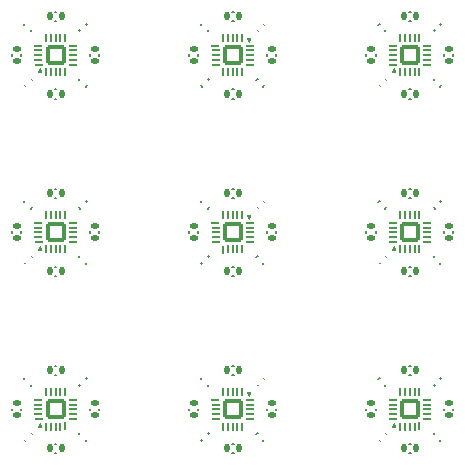
<source format=gbr>
%TF.GenerationSoftware,KiCad,Pcbnew,8.0.5-dirty*%
%TF.CreationDate,2025-01-28T00:49:07-05:00*%
%TF.ProjectId,prrpls406-panel,70727270-6c73-4343-9036-2d70616e656c,rev?*%
%TF.SameCoordinates,Original*%
%TF.FileFunction,Legend,Bot*%
%TF.FilePolarity,Positive*%
%FSLAX46Y46*%
G04 Gerber Fmt 4.6, Leading zero omitted, Abs format (unit mm)*
G04 Created by KiCad (PCBNEW 8.0.5-dirty) date 2025-01-28 00:49:07*
%MOMM*%
%LPD*%
G01*
G04 APERTURE LIST*
G04 Aperture macros list*
%AMRoundRect*
0 Rectangle with rounded corners*
0 $1 Rounding radius*
0 $2 $3 $4 $5 $6 $7 $8 $9 X,Y pos of 4 corners*
0 Add a 4 corners polygon primitive as box body*
4,1,4,$2,$3,$4,$5,$6,$7,$8,$9,$2,$3,0*
0 Add four circle primitives for the rounded corners*
1,1,$1+$1,$2,$3*
1,1,$1+$1,$4,$5*
1,1,$1+$1,$6,$7*
1,1,$1+$1,$8,$9*
0 Add four rect primitives between the rounded corners*
20,1,$1+$1,$2,$3,$4,$5,0*
20,1,$1+$1,$4,$5,$6,$7,0*
20,1,$1+$1,$6,$7,$8,$9,0*
20,1,$1+$1,$8,$9,$2,$3,0*%
G04 Aperture macros list end*
%ADD10C,0.050000*%
%ADD11C,0.150000*%
%ADD12C,0.120000*%
%ADD13C,0.500000*%
%ADD14RoundRect,0.042500X0.307500X-0.042500X0.307500X0.042500X-0.307500X0.042500X-0.307500X-0.042500X0*%
%ADD15RoundRect,0.042500X0.042500X0.307500X-0.042500X0.307500X-0.042500X-0.307500X0.042500X-0.307500X0*%
%ADD16RoundRect,0.170000X0.680000X0.680000X-0.680000X0.680000X-0.680000X-0.680000X0.680000X-0.680000X0*%
%ADD17RoundRect,0.135000X0.185000X-0.135000X0.185000X0.135000X-0.185000X0.135000X-0.185000X-0.135000X0*%
%ADD18RoundRect,0.135000X-0.226274X-0.035355X-0.035355X-0.226274X0.226274X0.035355X0.035355X0.226274X0*%
%ADD19RoundRect,0.135000X0.135000X0.185000X-0.135000X0.185000X-0.135000X-0.185000X0.135000X-0.185000X0*%
%ADD20RoundRect,0.135000X0.035355X-0.226274X0.226274X-0.035355X-0.035355X0.226274X-0.226274X0.035355X0*%
%ADD21RoundRect,0.135000X0.226274X0.035355X0.035355X0.226274X-0.226274X-0.035355X-0.035355X-0.226274X0*%
%ADD22RoundRect,0.135000X-0.035355X0.226274X-0.226274X0.035355X0.035355X-0.226274X0.226274X-0.035355X0*%
%ADD23RoundRect,0.135000X-0.135000X-0.185000X0.135000X-0.185000X0.135000X0.185000X-0.135000X0.185000X0*%
%ADD24RoundRect,0.042500X-0.307500X0.042500X-0.307500X-0.042500X0.307500X-0.042500X0.307500X0.042500X0*%
%ADD25RoundRect,0.042500X-0.042500X-0.307500X0.042500X-0.307500X0.042500X0.307500X-0.042500X0.307500X0*%
%ADD26RoundRect,0.170000X-0.680000X-0.680000X0.680000X-0.680000X0.680000X0.680000X-0.680000X0.680000X0*%
%ADD27RoundRect,0.135000X-0.185000X0.135000X-0.185000X-0.135000X0.185000X-0.135000X0.185000X0.135000X0*%
G04 APERTURE END LIST*
D10*
%TO.C,U1*%
X25348776Y-37869694D02*
X25228776Y-37539696D01*
X25488776Y-37539695D01*
X25348776Y-37869694D01*
G36*
X25348776Y-37869694D02*
G01*
X25228776Y-37539696D01*
X25488776Y-37539695D01*
X25348776Y-37869694D01*
G37*
D11*
%TO.C,R7*%
X11908776Y-8929694D02*
X11908776Y-9069694D01*
X12688776Y-8929694D02*
X12688776Y-9069694D01*
D12*
%TO.C,C1*%
X36431978Y-11637203D02*
X36361267Y-11566492D01*
X36969379Y-11099802D02*
X36898668Y-11029091D01*
D11*
%TO.C,R7*%
X41908776Y-23929694D02*
X41908776Y-24069694D01*
X42688776Y-23929694D02*
X42688776Y-24069694D01*
%TO.C,R1*%
X38928776Y-5309694D02*
X39068776Y-5309694D01*
X38928776Y-6089694D02*
X39068776Y-6089694D01*
X38928776Y-35309694D02*
X39068776Y-35309694D01*
X38928776Y-36089694D02*
X39068776Y-36089694D01*
%TO.C,R6*%
X11105954Y-26007878D02*
X11006959Y-26106873D01*
X11657497Y-26559421D02*
X11558502Y-26658416D01*
%TO.C,R4*%
X41006959Y-6892516D02*
X41105954Y-6991511D01*
X41558502Y-6340973D02*
X41657497Y-6439968D01*
%TO.C,R6*%
X41105954Y-41007878D02*
X41006959Y-41106873D01*
X41657497Y-41559421D02*
X41558502Y-41658416D01*
%TO.C,R4*%
X11006959Y-6892516D02*
X11105954Y-6991511D01*
X11558502Y-6340973D02*
X11657497Y-6439968D01*
%TO.C,R6*%
X21340055Y-36439967D02*
X21439050Y-36340972D01*
X21891598Y-36991510D02*
X21990593Y-36892515D01*
%TO.C,R5*%
X9068776Y-26909694D02*
X8928776Y-26909694D01*
X9068776Y-27689694D02*
X8928776Y-27689694D01*
%TO.C,R4*%
X21439050Y-11658415D02*
X21340055Y-11559420D01*
X21990593Y-11106872D02*
X21891598Y-11007877D01*
%TO.C,R5*%
X39068776Y-26909694D02*
X38928776Y-26909694D01*
X39068776Y-27689694D02*
X38928776Y-27689694D01*
D12*
%TO.C,C1*%
X26028173Y-36899586D02*
X26098884Y-36970297D01*
X26565574Y-36362185D02*
X26636285Y-36432896D01*
D11*
%TO.C,R7*%
X11908776Y-23929694D02*
X11908776Y-24069694D01*
X12688776Y-23929694D02*
X12688776Y-24069694D01*
%TO.C,R5*%
X23928776Y-35309694D02*
X24068776Y-35309694D01*
X23928776Y-36089694D02*
X24068776Y-36089694D01*
D12*
%TO.C,C1*%
X6431978Y-11637203D02*
X6361267Y-11566492D01*
X6969379Y-11099802D02*
X6898668Y-11029091D01*
X26028173Y-21899586D02*
X26098884Y-21970297D01*
X26565574Y-21362185D02*
X26636285Y-21432896D01*
D11*
%TO.C,R3*%
X26908776Y-8929694D02*
X26908776Y-9069694D01*
X27688776Y-8929694D02*
X27688776Y-9069694D01*
D10*
%TO.C,U1*%
X7768776Y-25459692D02*
X7508776Y-25459693D01*
X7648776Y-25129694D01*
X7768776Y-25459692D01*
G36*
X7768776Y-25459692D02*
G01*
X7508776Y-25459693D01*
X7648776Y-25129694D01*
X7768776Y-25459692D01*
G37*
D11*
%TO.C,R4*%
X41006959Y-36892516D02*
X41105954Y-36991511D01*
X41558502Y-36340973D02*
X41657497Y-36439968D01*
%TO.C,R5*%
X23928776Y-20309694D02*
X24068776Y-20309694D01*
X23928776Y-21089694D02*
X24068776Y-21089694D01*
%TO.C,R6*%
X21340055Y-6439967D02*
X21439050Y-6340972D01*
X21891598Y-6991510D02*
X21990593Y-6892515D01*
%TO.C,R1*%
X24068776Y-41909694D02*
X23928776Y-41909694D01*
X24068776Y-42689694D02*
X23928776Y-42689694D01*
%TO.C,R7*%
X41908776Y-8929694D02*
X41908776Y-9069694D01*
X42688776Y-8929694D02*
X42688776Y-9069694D01*
%TO.C,R3*%
X35308776Y-39069694D02*
X35308776Y-38929694D01*
X36088776Y-39069694D02*
X36088776Y-38929694D01*
%TO.C,R2*%
X6340054Y-6439968D02*
X6439049Y-6340973D01*
X6891597Y-6991511D02*
X6990592Y-6892516D01*
D12*
%TO.C,C1*%
X6431978Y-26637203D02*
X6361267Y-26566492D01*
X6969379Y-26099802D02*
X6898668Y-26029091D01*
D10*
%TO.C,U1*%
X37768776Y-25459692D02*
X37508776Y-25459693D01*
X37648776Y-25129694D01*
X37768776Y-25459692D01*
G36*
X37768776Y-25459692D02*
G01*
X37508776Y-25459693D01*
X37648776Y-25129694D01*
X37768776Y-25459692D01*
G37*
X7768776Y-10459692D02*
X7508776Y-10459693D01*
X7648776Y-10129694D01*
X7768776Y-10459692D01*
G36*
X7768776Y-10459692D02*
G01*
X7508776Y-10459693D01*
X7648776Y-10129694D01*
X7768776Y-10459692D01*
G37*
D11*
%TO.C,R3*%
X26908776Y-23929694D02*
X26908776Y-24069694D01*
X27688776Y-23929694D02*
X27688776Y-24069694D01*
D12*
%TO.C,C1*%
X26028173Y-6899586D02*
X26098884Y-6970297D01*
X26565574Y-6362185D02*
X26636285Y-6432896D01*
D11*
%TO.C,R7*%
X11908776Y-38929694D02*
X11908776Y-39069694D01*
X12688776Y-38929694D02*
X12688776Y-39069694D01*
%TO.C,R6*%
X11105954Y-11007878D02*
X11006959Y-11106873D01*
X11657497Y-11559421D02*
X11558502Y-11658416D01*
%TO.C,R5*%
X9068776Y-41909694D02*
X8928776Y-41909694D01*
X9068776Y-42689694D02*
X8928776Y-42689694D01*
%TO.C,R2*%
X26105955Y-11007877D02*
X26006960Y-11106872D01*
X26657498Y-11559420D02*
X26558503Y-11658415D01*
%TO.C,R4*%
X11006959Y-36892516D02*
X11105954Y-36991511D01*
X11558502Y-36340973D02*
X11657497Y-36439968D01*
%TO.C,R6*%
X11105954Y-41007878D02*
X11006959Y-41106873D01*
X11657497Y-41559421D02*
X11558502Y-41658416D01*
X21340055Y-21439967D02*
X21439050Y-21340972D01*
X21891598Y-21991510D02*
X21990593Y-21892515D01*
D12*
%TO.C,C1*%
X6431978Y-41637203D02*
X6361267Y-41566492D01*
X6969379Y-41099802D02*
X6898668Y-41029091D01*
D11*
%TO.C,R2*%
X36340054Y-6439968D02*
X36439049Y-6340973D01*
X36891597Y-6991511D02*
X36990592Y-6892516D01*
%TO.C,R3*%
X5308776Y-39069694D02*
X5308776Y-38929694D01*
X6088776Y-39069694D02*
X6088776Y-38929694D01*
%TO.C,R5*%
X9068776Y-11909694D02*
X8928776Y-11909694D01*
X9068776Y-12689694D02*
X8928776Y-12689694D01*
%TO.C,R3*%
X5308776Y-9069694D02*
X5308776Y-8929694D01*
X6088776Y-9069694D02*
X6088776Y-8929694D01*
D12*
%TO.C,C1*%
X36431978Y-26637203D02*
X36361267Y-26566492D01*
X36969379Y-26099802D02*
X36898668Y-26029091D01*
D11*
%TO.C,R1*%
X8928776Y-35309694D02*
X9068776Y-35309694D01*
X8928776Y-36089694D02*
X9068776Y-36089694D01*
%TO.C,R3*%
X35308776Y-9069694D02*
X35308776Y-8929694D01*
X36088776Y-9069694D02*
X36088776Y-8929694D01*
%TO.C,R4*%
X41006959Y-21892516D02*
X41105954Y-21991511D01*
X41558502Y-21340973D02*
X41657497Y-21439968D01*
%TO.C,R7*%
X20308776Y-39069694D02*
X20308776Y-38929694D01*
X21088776Y-39069694D02*
X21088776Y-38929694D01*
%TO.C,R6*%
X41105954Y-26007878D02*
X41006959Y-26106873D01*
X41657497Y-26559421D02*
X41558502Y-26658416D01*
%TO.C,R2*%
X6340054Y-36439968D02*
X6439049Y-36340973D01*
X6891597Y-36991511D02*
X6990592Y-36892516D01*
D10*
%TO.C,U1*%
X25348776Y-7869694D02*
X25228776Y-7539696D01*
X25488776Y-7539695D01*
X25348776Y-7869694D01*
G36*
X25348776Y-7869694D02*
G01*
X25228776Y-7539696D01*
X25488776Y-7539695D01*
X25348776Y-7869694D01*
G37*
D11*
%TO.C,R1*%
X38928776Y-20309694D02*
X39068776Y-20309694D01*
X38928776Y-21089694D02*
X39068776Y-21089694D01*
%TO.C,R3*%
X26908776Y-38929694D02*
X26908776Y-39069694D01*
X27688776Y-38929694D02*
X27688776Y-39069694D01*
%TO.C,R1*%
X8928776Y-5309694D02*
X9068776Y-5309694D01*
X8928776Y-6089694D02*
X9068776Y-6089694D01*
%TO.C,R4*%
X11006959Y-21892516D02*
X11105954Y-21991511D01*
X11558502Y-21340973D02*
X11657497Y-21439968D01*
X21439050Y-26658415D02*
X21340055Y-26559420D01*
X21990593Y-26106872D02*
X21891598Y-26007877D01*
%TO.C,R3*%
X35308776Y-24069694D02*
X35308776Y-23929694D01*
X36088776Y-24069694D02*
X36088776Y-23929694D01*
%TO.C,R1*%
X24068776Y-11909694D02*
X23928776Y-11909694D01*
X24068776Y-12689694D02*
X23928776Y-12689694D01*
%TO.C,R2*%
X26105955Y-26007877D02*
X26006960Y-26106872D01*
X26657498Y-26559420D02*
X26558503Y-26658415D01*
%TO.C,R4*%
X21439050Y-41658415D02*
X21340055Y-41559420D01*
X21990593Y-41106872D02*
X21891598Y-41007877D01*
D12*
%TO.C,C1*%
X36431978Y-41637203D02*
X36361267Y-41566492D01*
X36969379Y-41099802D02*
X36898668Y-41029091D01*
D11*
%TO.C,R7*%
X20308776Y-9069694D02*
X20308776Y-8929694D01*
X21088776Y-9069694D02*
X21088776Y-8929694D01*
X20308776Y-24069694D02*
X20308776Y-23929694D01*
X21088776Y-24069694D02*
X21088776Y-23929694D01*
%TO.C,R2*%
X36340054Y-36439968D02*
X36439049Y-36340973D01*
X36891597Y-36991511D02*
X36990592Y-36892516D01*
X36340054Y-21439968D02*
X36439049Y-21340973D01*
X36891597Y-21991511D02*
X36990592Y-21892516D01*
D10*
%TO.C,U1*%
X37768776Y-10459692D02*
X37508776Y-10459693D01*
X37648776Y-10129694D01*
X37768776Y-10459692D01*
G36*
X37768776Y-10459692D02*
G01*
X37508776Y-10459693D01*
X37648776Y-10129694D01*
X37768776Y-10459692D01*
G37*
D11*
%TO.C,R7*%
X41908776Y-38929694D02*
X41908776Y-39069694D01*
X42688776Y-38929694D02*
X42688776Y-39069694D01*
%TO.C,R5*%
X23928776Y-5309694D02*
X24068776Y-5309694D01*
X23928776Y-6089694D02*
X24068776Y-6089694D01*
X39068776Y-41909694D02*
X38928776Y-41909694D01*
X39068776Y-42689694D02*
X38928776Y-42689694D01*
D10*
%TO.C,U1*%
X25348776Y-22869694D02*
X25228776Y-22539696D01*
X25488776Y-22539695D01*
X25348776Y-22869694D01*
G36*
X25348776Y-22869694D02*
G01*
X25228776Y-22539696D01*
X25488776Y-22539695D01*
X25348776Y-22869694D01*
G37*
D11*
%TO.C,R2*%
X26105955Y-41007877D02*
X26006960Y-41106872D01*
X26657498Y-41559420D02*
X26558503Y-41658415D01*
%TO.C,R1*%
X24068776Y-26909694D02*
X23928776Y-26909694D01*
X24068776Y-27689694D02*
X23928776Y-27689694D01*
%TO.C,R2*%
X6340054Y-21439968D02*
X6439049Y-21340973D01*
X6891597Y-21991511D02*
X6990592Y-21892516D01*
%TO.C,R5*%
X39068776Y-11909694D02*
X38928776Y-11909694D01*
X39068776Y-12689694D02*
X38928776Y-12689694D01*
D10*
%TO.C,U1*%
X7768776Y-40459692D02*
X7508776Y-40459693D01*
X7648776Y-40129694D01*
X7768776Y-40459692D01*
G36*
X7768776Y-40459692D02*
G01*
X7508776Y-40459693D01*
X7648776Y-40129694D01*
X7768776Y-40459692D01*
G37*
D11*
%TO.C,R1*%
X8928776Y-20309694D02*
X9068776Y-20309694D01*
X8928776Y-21089694D02*
X9068776Y-21089694D01*
%TO.C,R6*%
X41105954Y-11007878D02*
X41006959Y-11106873D01*
X41657497Y-11559421D02*
X41558502Y-11658416D01*
%TO.C,R3*%
X5308776Y-24069694D02*
X5308776Y-23929694D01*
X6088776Y-24069694D02*
X6088776Y-23929694D01*
D10*
%TO.C,U1*%
X37768776Y-40459692D02*
X37508776Y-40459693D01*
X37648776Y-40129694D01*
X37768776Y-40459692D01*
G36*
X37768776Y-40459692D02*
G01*
X37508776Y-40459693D01*
X37648776Y-40129694D01*
X37768776Y-40459692D01*
G37*
%TD*%
%LPC*%
D13*
%TO.C,H2*%
X25529510Y-20304175D03*
%TD*%
%TO.C,H2*%
X7468042Y-27695213D03*
%TD*%
%TO.C,KiKit_MB_6_5*%
X22826131Y-13239695D03*
%TD*%
%TO.C,KiKit_MB_12_5*%
X10200244Y-19767586D03*
%TD*%
%TO.C,KiKit_MB_1_2*%
X6017721Y-12234933D03*
%TD*%
%TO.C,H2*%
X7468042Y-12695213D03*
%TD*%
%TO.C,KiKit_MB_7_2*%
X36017720Y-12234933D03*
%TD*%
%TO.C,H3*%
X42694294Y-37468961D03*
%TD*%
%TO.C,KiKit_MB_3_4*%
X9393976Y-4617698D03*
%TD*%
%TO.C,KiKit_MB_14_2*%
X20140446Y-21888078D03*
%TD*%
%TO.C,KiKit_MB_1_3*%
X5471749Y-11627860D03*
%TD*%
%TO.C,KiKit_MB_7_4*%
X35046706Y-10930827D03*
%TD*%
%TO.C,KiKit_MB_13_5*%
X28234580Y-22814292D03*
%TD*%
%TO.C,H1*%
X27694295Y-10530427D03*
%TD*%
%TO.C,H2*%
X25529510Y-5304175D03*
%TD*%
%TO.C,KiKit_MB_15_4*%
X23629678Y-28382723D03*
%TD*%
%TO.C,KiKit_MB_8_3*%
X42412624Y-11773808D03*
%TD*%
%TO.C,KiKit_MB_20_3*%
X12412911Y-41774035D03*
%TD*%
%TO.C,KiKit_MB_16_3*%
X35471940Y-26627717D03*
%TD*%
%TO.C,KiKit_MB_13_4*%
X27940956Y-22048369D03*
%TD*%
%TO.C,KiKit_MB_24_3*%
X24445790Y-43375769D03*
%TD*%
%TO.C,KiKit_MB_11_4*%
X11840871Y-27356409D03*
%TD*%
%TO.C,KiKit_MB_20_4*%
X11840871Y-42356409D03*
%TD*%
%TO.C,KiKit_MB_22_5*%
X28234580Y-37814292D03*
%TD*%
%TO.C,H3*%
X20303258Y-25530427D03*
%TD*%
%TO.C,KiKit_MB_19_2*%
X6017771Y-42234876D03*
%TD*%
%TO.C,H2*%
X25529510Y-35304175D03*
%TD*%
%TO.C,KiKit_MB_4_5*%
X28234580Y-7814293D03*
%TD*%
%TO.C,KiKit_MB_24_5*%
X22826211Y-43239416D03*
%TD*%
%TO.C,KiKit_MB_14_3*%
X20599349Y-21208753D03*
%TD*%
%TO.C,KiKit_MB_27_2*%
X37768859Y-34776601D03*
%TD*%
%TO.C,KiKit_MB_2_2*%
X12867290Y-11095677D03*
%TD*%
%TO.C,KiKit_MB_10_4*%
X5046424Y-25930962D03*
%TD*%
%TO.C,KiKit_MB_2_4*%
X11841028Y-12356594D03*
%TD*%
%TO.C,H2*%
X7468042Y-42695213D03*
%TD*%
%TO.C,KiKit_MB_17_3*%
X42412624Y-26773808D03*
%TD*%
%TO.C,H3*%
X42694294Y-22468961D03*
%TD*%
%TO.C,KiKit_MB_9_5*%
X40200133Y-4768007D03*
%TD*%
%TO.C,KiKit_MB_23_5*%
X21850676Y-35159898D03*
%TD*%
%TO.C,H3*%
X12694294Y-7468961D03*
%TD*%
%TO.C,KiKit_MB_2_3*%
X12412911Y-11774035D03*
%TD*%
%TO.C,KiKit_MB_26_4*%
X41840871Y-42356409D03*
%TD*%
%TO.C,H1*%
X27694295Y-25530427D03*
%TD*%
%TO.C,KiKit_MB_23_3*%
X20599183Y-36208616D03*
%TD*%
%TO.C,H1*%
X5303257Y-37468961D03*
%TD*%
%TO.C,KiKit_MB_13_2*%
X26957253Y-20744265D03*
%TD*%
%TO.C,KiKit_MB_26_3*%
X42412624Y-41773808D03*
%TD*%
%TO.C,KiKit_MB_5_2*%
X20140446Y-6888079D03*
%TD*%
%TO.C,KiKit_MB_16_5*%
X34757286Y-25167363D03*
%TD*%
%TO.C,KiKit_MB_25_5*%
X34756823Y-40167480D03*
%TD*%
%TO.C,KiKit_MB_22_4*%
X27940956Y-37048369D03*
%TD*%
%TO.C,KiKit_MB_11_3*%
X12412911Y-26774035D03*
%TD*%
%TO.C,KiKit_MB_4_4*%
X27940956Y-7048370D03*
%TD*%
%TO.C,H3*%
X20303258Y-10530427D03*
%TD*%
%TO.C,KiKit_MB_18_4*%
X39393976Y-19617697D03*
%TD*%
%TO.C,KiKit_MB_26_2*%
X42866953Y-41095481D03*
%TD*%
%TO.C,KiKit_MB_24_2*%
X25246677Y-43218307D03*
%TD*%
%TO.C,KiKit_MB_14_5*%
X21850921Y-20160314D03*
%TD*%
%TO.C,KiKit_MB_20_2*%
X12866953Y-41095481D03*
%TD*%
%TO.C,H2*%
X37468042Y-12695213D03*
%TD*%
%TO.C,KiKit_MB_25_3*%
X35471940Y-41627717D03*
%TD*%
%TO.C,KiKit_MB_17_2*%
X42866953Y-26095481D03*
%TD*%
%TO.C,H2*%
X37468042Y-42695213D03*
%TD*%
%TO.C,KiKit_MB_8_2*%
X42866953Y-11095481D03*
%TD*%
%TO.C,KiKit_MB_10_2*%
X6017771Y-27234876D03*
%TD*%
%TO.C,KiKit_MB_22_2*%
X26957253Y-35744265D03*
%TD*%
%TO.C,H1*%
X5303257Y-7468961D03*
%TD*%
%TO.C,KiKit_MB_19_5*%
X4757287Y-40167363D03*
%TD*%
%TO.C,KiKit_MB_15_5*%
X22826109Y-28239769D03*
%TD*%
%TO.C,KiKit_MB_23_4*%
X21175721Y-35625629D03*
%TD*%
%TO.C,KiKit_MB_9_3*%
X38573975Y-4621742D03*
%TD*%
%TO.C,KiKit_MB_11_2*%
X12866953Y-26095481D03*
%TD*%
%TO.C,KiKit_MB_26_5*%
X41171862Y-42824079D03*
%TD*%
%TO.C,KiKit_MB_6_2*%
X25246823Y-13218765D03*
%TD*%
%TO.C,KiKit_MB_25_2*%
X36017720Y-42234933D03*
%TD*%
%TO.C,KiKit_MB_5_4*%
X21175926Y-5625883D03*
%TD*%
%TO.C,KiKit_MB_20_5*%
X11171862Y-42824079D03*
%TD*%
%TO.C,H2*%
X37468042Y-27695213D03*
%TD*%
%TO.C,KiKit_MB_24_4*%
X23629678Y-43382723D03*
%TD*%
%TO.C,KiKit_MB_9_4*%
X39393976Y-4617698D03*
%TD*%
%TO.C,KiKit_MB_7_3*%
X35471748Y-11627860D03*
%TD*%
%TO.C,KiKit_MB_21_3*%
X8573961Y-34621576D03*
%TD*%
%TO.C,KiKit_MB_15_2*%
X25246823Y-28218765D03*
%TD*%
%TO.C,KiKit_MB_11_5*%
X11171862Y-27824079D03*
%TD*%
%TO.C,H3*%
X42694294Y-7468961D03*
%TD*%
%TO.C,KiKit_MB_9_2*%
X37768859Y-4776602D03*
%TD*%
%TO.C,H1*%
X35303257Y-37468961D03*
%TD*%
%TO.C,KiKit_MB_18_5*%
X40200244Y-19767586D03*
%TD*%
%TO.C,KiKit_MB_25_4*%
X35046541Y-40930906D03*
%TD*%
%TO.C,KiKit_MB_4_3*%
X27510965Y-6349671D03*
%TD*%
%TO.C,KiKit_MB_16_4*%
X35046541Y-25930906D03*
%TD*%
%TO.C,KiKit_MB_2_5*%
X11171862Y-12824079D03*
%TD*%
%TO.C,KiKit_MB_23_2*%
X20140264Y-36887979D03*
%TD*%
%TO.C,H1*%
X35303257Y-22468961D03*
%TD*%
%TO.C,KiKit_MB_19_3*%
X5471749Y-41627860D03*
%TD*%
%TO.C,KiKit_MB_27_5*%
X40200133Y-34768006D03*
%TD*%
%TO.C,KiKit_MB_17_4*%
X41840871Y-27356409D03*
%TD*%
%TO.C,KiKit_MB_1_5*%
X4757287Y-10167363D03*
%TD*%
%TO.C,KiKit_MB_6_3*%
X24445805Y-13375896D03*
%TD*%
%TO.C,KiKit_MB_7_5*%
X34757286Y-10167363D03*
%TD*%
%TO.C,KiKit_MB_3_2*%
X7768860Y-4776602D03*
%TD*%
%TO.C,KiKit_MB_6_4*%
X23629678Y-13382723D03*
%TD*%
%TO.C,KiKit_MB_3_5*%
X10200133Y-4768007D03*
%TD*%
%TO.C,KiKit_MB_21_4*%
X9393975Y-34617708D03*
%TD*%
%TO.C,KiKit_MB_12_4*%
X9393976Y-19617697D03*
%TD*%
%TO.C,KiKit_MB_8_5*%
X41171778Y-12823929D03*
%TD*%
%TO.C,KiKit_MB_13_3*%
X27510965Y-21349670D03*
%TD*%
%TO.C,KiKit_MB_10_3*%
X5471749Y-26627860D03*
%TD*%
%TO.C,KiKit_MB_27_3*%
X38573960Y-34621576D03*
%TD*%
%TO.C,H1*%
X35303257Y-7468961D03*
%TD*%
%TO.C,KiKit_MB_4_2*%
X26957550Y-5743950D03*
%TD*%
%TO.C,KiKit_MB_18_2*%
X37768931Y-19776847D03*
%TD*%
%TO.C,KiKit_MB_21_5*%
X10200133Y-34768006D03*
%TD*%
%TO.C,KiKit_MB_1_4*%
X5046542Y-10930906D03*
%TD*%
%TO.C,KiKit_MB_8_4*%
X41841028Y-12356594D03*
%TD*%
%TO.C,KiKit_MB_27_4*%
X39393976Y-34617697D03*
%TD*%
%TO.C,H3*%
X12694294Y-37468961D03*
%TD*%
%TO.C,KiKit_MB_12_3*%
X8573961Y-19621576D03*
%TD*%
%TO.C,KiKit_MB_16_2*%
X36017720Y-27234933D03*
%TD*%
%TO.C,H1*%
X27694295Y-40530427D03*
%TD*%
%TO.C,KiKit_MB_10_5*%
X4757287Y-25167363D03*
%TD*%
%TO.C,KiKit_MB_22_3*%
X27510965Y-36349670D03*
%TD*%
%TO.C,KiKit_MB_17_5*%
X41171862Y-27824079D03*
%TD*%
%TO.C,H1*%
X5303257Y-22468961D03*
%TD*%
%TO.C,KiKit_MB_5_3*%
X20599349Y-6208754D03*
%TD*%
%TO.C,KiKit_MB_3_3*%
X8573976Y-4621742D03*
%TD*%
%TO.C,KiKit_MB_21_2*%
X7768860Y-34776601D03*
%TD*%
%TO.C,KiKit_MB_12_2*%
X7768932Y-19776847D03*
%TD*%
%TO.C,H3*%
X12694294Y-22468961D03*
%TD*%
%TO.C,KiKit_MB_5_5*%
X21850676Y-5159899D03*
%TD*%
%TO.C,KiKit_MB_18_3*%
X38573960Y-19621576D03*
%TD*%
%TO.C,KiKit_MB_14_4*%
X21175684Y-20625583D03*
%TD*%
%TO.C,KiKit_MB_19_4*%
X5046542Y-40930906D03*
%TD*%
%TO.C,H3*%
X20303258Y-40530427D03*
%TD*%
%TO.C,KiKit_MB_15_3*%
X24445805Y-28375896D03*
%TD*%
D14*
%TO.C,U1*%
X25438776Y-38199694D03*
X25448776Y-38599694D03*
X25448776Y-38999694D03*
X25448776Y-39399694D03*
X25448776Y-39799694D03*
D15*
X24798776Y-40449694D03*
X24398776Y-40449694D03*
X23998776Y-40449694D03*
X23598776Y-40449694D03*
X23198776Y-40459693D03*
D14*
X22548776Y-39799694D03*
X22548776Y-39399694D03*
X22548776Y-38999694D03*
X22548776Y-38599694D03*
X22538777Y-38199694D03*
D15*
X23198776Y-37559694D03*
X23598776Y-37549694D03*
X23998776Y-37549694D03*
X24398776Y-37549694D03*
X24798776Y-37549694D03*
D16*
X23998776Y-38999694D03*
%TD*%
D17*
%TO.C,R7*%
X12298776Y-9509694D03*
X12298776Y-8489694D03*
%TD*%
D18*
%TO.C,C1*%
X36304699Y-10972523D03*
X37025947Y-11693771D03*
%TD*%
D17*
%TO.C,R7*%
X42298776Y-24509694D03*
X42298776Y-23489694D03*
%TD*%
D13*
%TO.C,TP3*%
X41398776Y-38999694D03*
%TD*%
%TO.C,TP4*%
X8998776Y-41399694D03*
%TD*%
D19*
%TO.C,R1*%
X39508776Y-5699694D03*
X38488776Y-5699694D03*
%TD*%
%TO.C,R1*%
X39508776Y-35699694D03*
X38488776Y-35699694D03*
%TD*%
D20*
%TO.C,R6*%
X10971604Y-26693771D03*
X11692852Y-25972523D03*
%TD*%
D21*
%TO.C,R4*%
X41692852Y-7026866D03*
X40971604Y-6305618D03*
%TD*%
D20*
%TO.C,R6*%
X40971604Y-41693771D03*
X41692852Y-40972523D03*
%TD*%
D13*
%TO.C,TP2*%
X36598776Y-23999694D03*
%TD*%
D21*
%TO.C,R4*%
X11692852Y-7026866D03*
X10971604Y-6305618D03*
%TD*%
D13*
%TO.C,TP3*%
X11398776Y-8999694D03*
%TD*%
D22*
%TO.C,R6*%
X22025948Y-36305617D03*
X21304700Y-37026865D03*
%TD*%
D23*
%TO.C,R5*%
X8488776Y-27299694D03*
X9508776Y-27299694D03*
%TD*%
D13*
%TO.C,TP3*%
X11398776Y-38999694D03*
%TD*%
D18*
%TO.C,R4*%
X21304700Y-10972522D03*
X22025948Y-11693770D03*
%TD*%
D23*
%TO.C,R5*%
X38488776Y-27299694D03*
X39508776Y-27299694D03*
%TD*%
D21*
%TO.C,C1*%
X26692853Y-37026865D03*
X25971605Y-36305617D03*
%TD*%
D17*
%TO.C,R7*%
X12298776Y-24509694D03*
X12298776Y-23489694D03*
%TD*%
D13*
%TO.C,TP1*%
X8998776Y-36599694D03*
%TD*%
%TO.C,TP2*%
X26398776Y-23999694D03*
%TD*%
D19*
%TO.C,R5*%
X24508776Y-35699694D03*
X23488776Y-35699694D03*
%TD*%
D18*
%TO.C,C1*%
X6304699Y-10972523D03*
X7025947Y-11693771D03*
%TD*%
D21*
%TO.C,C1*%
X26692853Y-22026865D03*
X25971605Y-21305617D03*
%TD*%
D13*
%TO.C,TP4*%
X38998776Y-26399694D03*
%TD*%
D17*
%TO.C,R3*%
X27298776Y-9509694D03*
X27298776Y-8489694D03*
%TD*%
D24*
%TO.C,U1*%
X7558776Y-24799694D03*
X7548776Y-24399694D03*
X7548776Y-23999694D03*
X7548776Y-23599694D03*
X7548776Y-23199694D03*
D25*
X8198776Y-22549694D03*
X8598776Y-22549694D03*
X8998776Y-22549694D03*
X9398776Y-22549694D03*
X9798776Y-22539695D03*
D24*
X10448776Y-23199694D03*
X10448776Y-23599694D03*
X10448776Y-23999694D03*
X10448776Y-24399694D03*
X10458775Y-24799694D03*
D25*
X9798776Y-25439694D03*
X9398776Y-25449694D03*
X8998776Y-25449694D03*
X8598776Y-25449694D03*
X8198776Y-25449694D03*
D26*
X8998776Y-23999694D03*
%TD*%
D21*
%TO.C,R4*%
X41692852Y-37026866D03*
X40971604Y-36305618D03*
%TD*%
D19*
%TO.C,R5*%
X24508776Y-20699694D03*
X23488776Y-20699694D03*
%TD*%
D22*
%TO.C,R6*%
X22025948Y-6305617D03*
X21304700Y-7026865D03*
%TD*%
D23*
%TO.C,R1*%
X23488776Y-42299694D03*
X24508776Y-42299694D03*
%TD*%
D13*
%TO.C,TP1*%
X23998776Y-26399694D03*
%TD*%
D17*
%TO.C,R7*%
X42298776Y-9509694D03*
X42298776Y-8489694D03*
%TD*%
D27*
%TO.C,R3*%
X35698776Y-38489694D03*
X35698776Y-39509694D03*
%TD*%
D13*
%TO.C,TP4*%
X23998776Y-6599694D03*
%TD*%
%TO.C,TP2*%
X36598776Y-8999694D03*
%TD*%
D22*
%TO.C,R2*%
X7025947Y-6305618D03*
X6304699Y-7026866D03*
%TD*%
D18*
%TO.C,C1*%
X6304699Y-25972523D03*
X7025947Y-26693771D03*
%TD*%
D24*
%TO.C,U1*%
X37558776Y-24799694D03*
X37548776Y-24399694D03*
X37548776Y-23999694D03*
X37548776Y-23599694D03*
X37548776Y-23199694D03*
D25*
X38198776Y-22549694D03*
X38598776Y-22549694D03*
X38998776Y-22549694D03*
X39398776Y-22549694D03*
X39798776Y-22539695D03*
D24*
X40448776Y-23199694D03*
X40448776Y-23599694D03*
X40448776Y-23999694D03*
X40448776Y-24399694D03*
X40458775Y-24799694D03*
D25*
X39798776Y-25439694D03*
X39398776Y-25449694D03*
X38998776Y-25449694D03*
X38598776Y-25449694D03*
X38198776Y-25449694D03*
D26*
X38998776Y-23999694D03*
%TD*%
D24*
%TO.C,U1*%
X7558776Y-9799694D03*
X7548776Y-9399694D03*
X7548776Y-8999694D03*
X7548776Y-8599694D03*
X7548776Y-8199694D03*
D25*
X8198776Y-7549694D03*
X8598776Y-7549694D03*
X8998776Y-7549694D03*
X9398776Y-7549694D03*
X9798776Y-7539695D03*
D24*
X10448776Y-8199694D03*
X10448776Y-8599694D03*
X10448776Y-8999694D03*
X10448776Y-9399694D03*
X10458775Y-9799694D03*
D25*
X9798776Y-10439694D03*
X9398776Y-10449694D03*
X8998776Y-10449694D03*
X8598776Y-10449694D03*
X8198776Y-10449694D03*
D26*
X8998776Y-8999694D03*
%TD*%
D13*
%TO.C,TP1*%
X8998776Y-21599694D03*
%TD*%
%TO.C,TP1*%
X23998776Y-41399694D03*
%TD*%
D17*
%TO.C,R3*%
X27298776Y-24509694D03*
X27298776Y-23489694D03*
%TD*%
D21*
%TO.C,C1*%
X26692853Y-7026865D03*
X25971605Y-6305617D03*
%TD*%
D17*
%TO.C,R7*%
X12298776Y-39509694D03*
X12298776Y-38489694D03*
%TD*%
D20*
%TO.C,R6*%
X10971604Y-11693771D03*
X11692852Y-10972523D03*
%TD*%
D13*
%TO.C,TP1*%
X38998776Y-21599694D03*
%TD*%
%TO.C,TP3*%
X11398776Y-23999694D03*
%TD*%
D23*
%TO.C,R5*%
X8488776Y-42299694D03*
X9508776Y-42299694D03*
%TD*%
D13*
%TO.C,TP3*%
X21598776Y-38999694D03*
%TD*%
D20*
%TO.C,R2*%
X25971605Y-11693770D03*
X26692853Y-10972522D03*
%TD*%
D21*
%TO.C,R4*%
X11692852Y-37026866D03*
X10971604Y-36305618D03*
%TD*%
D20*
%TO.C,R6*%
X10971604Y-41693771D03*
X11692852Y-40972523D03*
%TD*%
D13*
%TO.C,TP4*%
X8998776Y-11399694D03*
%TD*%
D22*
%TO.C,R6*%
X22025948Y-21305617D03*
X21304700Y-22026865D03*
%TD*%
D13*
%TO.C,TP4*%
X23998776Y-36599694D03*
%TD*%
%TO.C,TP3*%
X21598776Y-23999694D03*
%TD*%
%TO.C,TP2*%
X6598776Y-23999694D03*
%TD*%
%TO.C,TP2*%
X6598776Y-38999694D03*
%TD*%
D18*
%TO.C,C1*%
X6304699Y-40972523D03*
X7025947Y-41693771D03*
%TD*%
D22*
%TO.C,R2*%
X37025947Y-6305618D03*
X36304699Y-7026866D03*
%TD*%
D27*
%TO.C,R3*%
X5698776Y-38489694D03*
X5698776Y-39509694D03*
%TD*%
D13*
%TO.C,TP3*%
X21598776Y-8999694D03*
%TD*%
D23*
%TO.C,R5*%
X8488776Y-12299694D03*
X9508776Y-12299694D03*
%TD*%
D13*
%TO.C,TP4*%
X38998776Y-41399694D03*
%TD*%
D27*
%TO.C,R3*%
X5698776Y-8489694D03*
X5698776Y-9509694D03*
%TD*%
D18*
%TO.C,C1*%
X36304699Y-25972523D03*
X37025947Y-26693771D03*
%TD*%
D19*
%TO.C,R1*%
X9508776Y-35699694D03*
X8488776Y-35699694D03*
%TD*%
D27*
%TO.C,R3*%
X35698776Y-8489694D03*
X35698776Y-9509694D03*
%TD*%
D21*
%TO.C,R4*%
X41692852Y-22026866D03*
X40971604Y-21305618D03*
%TD*%
D27*
%TO.C,R7*%
X20698776Y-38489694D03*
X20698776Y-39509694D03*
%TD*%
D13*
%TO.C,TP3*%
X41398776Y-23999694D03*
%TD*%
D20*
%TO.C,R6*%
X40971604Y-26693771D03*
X41692852Y-25972523D03*
%TD*%
D22*
%TO.C,R2*%
X7025947Y-36305618D03*
X6304699Y-37026866D03*
%TD*%
D14*
%TO.C,U1*%
X25438776Y-8199694D03*
X25448776Y-8599694D03*
X25448776Y-8999694D03*
X25448776Y-9399694D03*
X25448776Y-9799694D03*
D15*
X24798776Y-10449694D03*
X24398776Y-10449694D03*
X23998776Y-10449694D03*
X23598776Y-10449694D03*
X23198776Y-10459693D03*
D14*
X22548776Y-9799694D03*
X22548776Y-9399694D03*
X22548776Y-8999694D03*
X22548776Y-8599694D03*
X22538777Y-8199694D03*
D15*
X23198776Y-7559694D03*
X23598776Y-7549694D03*
X23998776Y-7549694D03*
X24398776Y-7549694D03*
X24798776Y-7549694D03*
D16*
X23998776Y-8999694D03*
%TD*%
D13*
%TO.C,TP4*%
X38998776Y-11399694D03*
%TD*%
D19*
%TO.C,R1*%
X39508776Y-20699694D03*
X38488776Y-20699694D03*
%TD*%
D17*
%TO.C,R3*%
X27298776Y-39509694D03*
X27298776Y-38489694D03*
%TD*%
D13*
%TO.C,TP3*%
X41398776Y-8999694D03*
%TD*%
D19*
%TO.C,R1*%
X9508776Y-5699694D03*
X8488776Y-5699694D03*
%TD*%
D21*
%TO.C,R4*%
X11692852Y-22026866D03*
X10971604Y-21305618D03*
%TD*%
D13*
%TO.C,TP2*%
X36598776Y-38999694D03*
%TD*%
D18*
%TO.C,R4*%
X21304700Y-25972522D03*
X22025948Y-26693770D03*
%TD*%
D27*
%TO.C,R3*%
X35698776Y-23489694D03*
X35698776Y-24509694D03*
%TD*%
D13*
%TO.C,TP4*%
X8998776Y-26399694D03*
%TD*%
D23*
%TO.C,R1*%
X23488776Y-12299694D03*
X24508776Y-12299694D03*
%TD*%
D20*
%TO.C,R2*%
X25971605Y-26693770D03*
X26692853Y-25972522D03*
%TD*%
D18*
%TO.C,R4*%
X21304700Y-40972522D03*
X22025948Y-41693770D03*
%TD*%
%TO.C,C1*%
X36304699Y-40972523D03*
X37025947Y-41693771D03*
%TD*%
D27*
%TO.C,R7*%
X20698776Y-8489694D03*
X20698776Y-9509694D03*
%TD*%
%TO.C,R7*%
X20698776Y-23489694D03*
X20698776Y-24509694D03*
%TD*%
D13*
%TO.C,TP1*%
X8998776Y-6599694D03*
%TD*%
D22*
%TO.C,R2*%
X37025947Y-36305618D03*
X36304699Y-37026866D03*
%TD*%
%TO.C,R2*%
X37025947Y-21305618D03*
X36304699Y-22026866D03*
%TD*%
D24*
%TO.C,U1*%
X37558776Y-9799694D03*
X37548776Y-9399694D03*
X37548776Y-8999694D03*
X37548776Y-8599694D03*
X37548776Y-8199694D03*
D25*
X38198776Y-7549694D03*
X38598776Y-7549694D03*
X38998776Y-7549694D03*
X39398776Y-7549694D03*
X39798776Y-7539695D03*
D24*
X40448776Y-8199694D03*
X40448776Y-8599694D03*
X40448776Y-8999694D03*
X40448776Y-9399694D03*
X40458775Y-9799694D03*
D25*
X39798776Y-10439694D03*
X39398776Y-10449694D03*
X38998776Y-10449694D03*
X38598776Y-10449694D03*
X38198776Y-10449694D03*
D26*
X38998776Y-8999694D03*
%TD*%
D13*
%TO.C,TP2*%
X26398776Y-8999694D03*
%TD*%
%TO.C,TP4*%
X23998776Y-21599694D03*
%TD*%
D17*
%TO.C,R7*%
X42298776Y-39509694D03*
X42298776Y-38489694D03*
%TD*%
D19*
%TO.C,R5*%
X24508776Y-5699694D03*
X23488776Y-5699694D03*
%TD*%
D23*
%TO.C,R5*%
X38488776Y-42299694D03*
X39508776Y-42299694D03*
%TD*%
D14*
%TO.C,U1*%
X25438776Y-23199694D03*
X25448776Y-23599694D03*
X25448776Y-23999694D03*
X25448776Y-24399694D03*
X25448776Y-24799694D03*
D15*
X24798776Y-25449694D03*
X24398776Y-25449694D03*
X23998776Y-25449694D03*
X23598776Y-25449694D03*
X23198776Y-25459693D03*
D14*
X22548776Y-24799694D03*
X22548776Y-24399694D03*
X22548776Y-23999694D03*
X22548776Y-23599694D03*
X22538777Y-23199694D03*
D15*
X23198776Y-22559694D03*
X23598776Y-22549694D03*
X23998776Y-22549694D03*
X24398776Y-22549694D03*
X24798776Y-22549694D03*
D16*
X23998776Y-23999694D03*
%TD*%
D20*
%TO.C,R2*%
X25971605Y-41693770D03*
X26692853Y-40972522D03*
%TD*%
D13*
%TO.C,TP2*%
X26398776Y-38999694D03*
%TD*%
D23*
%TO.C,R1*%
X23488776Y-27299694D03*
X24508776Y-27299694D03*
%TD*%
D22*
%TO.C,R2*%
X7025947Y-21305618D03*
X6304699Y-22026866D03*
%TD*%
D13*
%TO.C,TP1*%
X38998776Y-36599694D03*
%TD*%
D23*
%TO.C,R5*%
X38488776Y-12299694D03*
X39508776Y-12299694D03*
%TD*%
D24*
%TO.C,U1*%
X7558776Y-39799694D03*
X7548776Y-39399694D03*
X7548776Y-38999694D03*
X7548776Y-38599694D03*
X7548776Y-38199694D03*
D25*
X8198776Y-37549694D03*
X8598776Y-37549694D03*
X8998776Y-37549694D03*
X9398776Y-37549694D03*
X9798776Y-37539695D03*
D24*
X10448776Y-38199694D03*
X10448776Y-38599694D03*
X10448776Y-38999694D03*
X10448776Y-39399694D03*
X10458775Y-39799694D03*
D25*
X9798776Y-40439694D03*
X9398776Y-40449694D03*
X8998776Y-40449694D03*
X8598776Y-40449694D03*
X8198776Y-40449694D03*
D26*
X8998776Y-38999694D03*
%TD*%
D19*
%TO.C,R1*%
X9508776Y-20699694D03*
X8488776Y-20699694D03*
%TD*%
D13*
%TO.C,TP1*%
X23998776Y-11399694D03*
%TD*%
D20*
%TO.C,R6*%
X40971604Y-11693771D03*
X41692852Y-10972523D03*
%TD*%
D27*
%TO.C,R3*%
X5698776Y-23489694D03*
X5698776Y-24509694D03*
%TD*%
D13*
%TO.C,TP1*%
X38998776Y-6599694D03*
%TD*%
D24*
%TO.C,U1*%
X37558776Y-39799694D03*
X37548776Y-39399694D03*
X37548776Y-38999694D03*
X37548776Y-38599694D03*
X37548776Y-38199694D03*
D25*
X38198776Y-37549694D03*
X38598776Y-37549694D03*
X38998776Y-37549694D03*
X39398776Y-37549694D03*
X39798776Y-37539695D03*
D24*
X40448776Y-38199694D03*
X40448776Y-38599694D03*
X40448776Y-38999694D03*
X40448776Y-39399694D03*
X40458775Y-39799694D03*
D25*
X39798776Y-40439694D03*
X39398776Y-40449694D03*
X38998776Y-40449694D03*
X38598776Y-40449694D03*
X38198776Y-40449694D03*
D26*
X38998776Y-38999694D03*
%TD*%
D13*
%TO.C,TP2*%
X6598776Y-8999694D03*
%TD*%
%LPD*%
M02*

</source>
